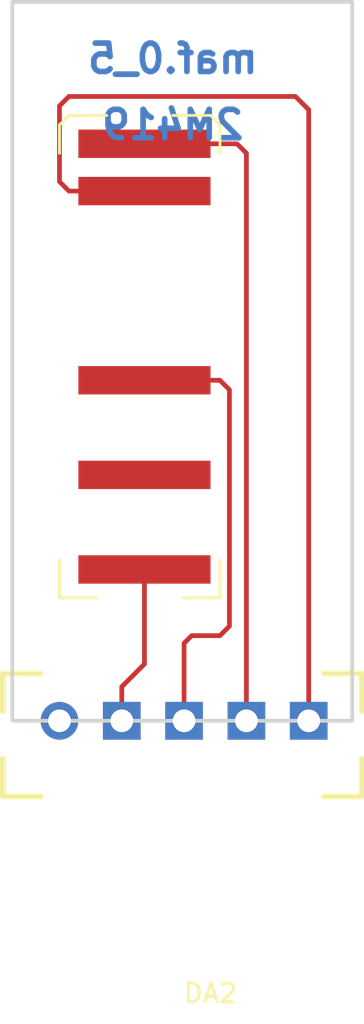
<source format=kicad_pcb>
(kicad_pcb (version 20171130) (host pcbnew "(5.0.0)")

  (general
    (thickness 1.6)
    (drawings 6)
    (tracks 20)
    (zones 0)
    (modules 2)
    (nets 5)
  )

  (page A4)
  (layers
    (0 F.Cu signal)
    (31 B.Cu signal)
    (32 B.Adhes user)
    (33 F.Adhes user)
    (34 B.Paste user)
    (35 F.Paste user)
    (36 B.SilkS user)
    (37 F.SilkS user)
    (38 B.Mask user)
    (39 F.Mask user)
    (40 Dwgs.User user)
    (41 Cmts.User user)
    (42 Eco1.User user)
    (43 Eco2.User user)
    (44 Edge.Cuts user)
    (45 Margin user)
    (46 B.CrtYd user)
    (47 F.CrtYd user)
    (48 B.Fab user)
    (49 F.Fab user)
  )

  (setup
    (last_trace_width 0.25)
    (trace_clearance 0.2)
    (zone_clearance 0.508)
    (zone_45_only no)
    (trace_min 0.2)
    (segment_width 0.2)
    (edge_width 0.15)
    (via_size 1.2)
    (via_drill 0.7)
    (via_min_size 0.4)
    (via_min_drill 0.3)
    (uvia_size 0.3)
    (uvia_drill 0.1)
    (uvias_allowed no)
    (uvia_min_size 0.2)
    (uvia_min_drill 0.1)
    (pcb_text_width 0.3)
    (pcb_text_size 1.5 1.5)
    (mod_edge_width 0.15)
    (mod_text_size 1 1)
    (mod_text_width 0.15)
    (pad_size 1.524 1.524)
    (pad_drill 0.762)
    (pad_to_mask_clearance 0.2)
    (aux_axis_origin 0 0)
    (visible_elements 7FFFFFFF)
    (pcbplotparams
      (layerselection 0x010c0_ffffffff)
      (usegerberextensions false)
      (usegerberattributes false)
      (usegerberadvancedattributes false)
      (creategerberjobfile false)
      (excludeedgelayer true)
      (linewidth 0.100000)
      (plotframeref false)
      (viasonmask false)
      (mode 1)
      (useauxorigin false)
      (hpglpennumber 1)
      (hpglpenspeed 20)
      (hpglpendiameter 15.000000)
      (psnegative false)
      (psa4output false)
      (plotreference true)
      (plotvalue true)
      (plotinvisibletext false)
      (padsonsilk false)
      (subtractmaskfromsilk false)
      (outputformat 1)
      (mirror false)
      (drillshape 0)
      (scaleselection 1)
      (outputdirectory "maf0_5/"))
  )

  (net 0 "")
  (net 1 Vcc)
  (net 2 GND)
  (net 3 GND2)
  (net 4 Vcc2)

  (net_class Default "Это класс цепей по умолчанию."
    (clearance 0.2)
    (trace_width 0.25)
    (via_dia 1.2)
    (via_drill 0.7)
    (uvia_dia 0.3)
    (uvia_drill 0.1)
    (add_net GND)
    (add_net GND2)
    (add_net Vcc)
    (add_net Vcc2)
  )

  (module MOTOR_DA:К293КП11АП_для_переходника (layer F.Cu) (tedit 5C90E700) (tstamp 5C911335)
    (at 163.5 86.5)
    (path /5C911962)
    (fp_text reference DA2 (at 3.5 5.9) (layer F.SilkS)
      (effects (font (size 1 1) (thickness 0.15)))
    )
    (fp_text value К293КП11АП (at 0.1 6.7) (layer F.Fab)
      (effects (font (size 1 1) (thickness 0.15)))
    )
    (fp_line (start -4.5 -38.5) (end -4.5 -40) (layer F.SilkS) (width 0.15))
    (fp_line (start -4.5 -40) (end -4 -40.5) (layer F.SilkS) (width 0.15))
    (fp_line (start -4 -40.5) (end -2.5 -40.5) (layer F.SilkS) (width 0.15))
    (fp_line (start -2.5 -40.5) (end -2 -40.5) (layer F.SilkS) (width 0.15))
    (fp_line (start 3.5 -40.5) (end 1.5 -40.5) (layer F.SilkS) (width 0.15))
    (fp_line (start 3.5 -40.5) (end 4 -40) (layer F.SilkS) (width 0.15))
    (fp_line (start 4 -40) (end 4 -38.5) (layer F.SilkS) (width 0.15))
    (fp_line (start 4 -17) (end 4 -15) (layer F.SilkS) (width 0.15))
    (fp_line (start 4 -15) (end 2 -15) (layer F.SilkS) (width 0.15))
    (fp_line (start -2.5 -15) (end -4.5 -15) (layer F.SilkS) (width 0.15))
    (fp_line (start -4.5 -15) (end -4.5 -17) (layer F.SilkS) (width 0.15))
    (pad 11 smd rect (at 0 -39) (size 7 1.5) (layers F.Cu F.Paste F.Mask)
      (net 1 Vcc))
    (pad 6 smd rect (at 0 -26.5) (size 7 1.5) (layers F.Cu F.Paste F.Mask)
      (net 3 GND2))
    (pad 4 smd rect (at 0 -21.5) (size 7 1.5) (layers F.Cu F.Paste F.Mask))
    (pad 2 smd rect (at 0 -16.5) (size 7 1.5) (layers F.Cu F.Paste F.Mask)
      (net 4 Vcc2))
    (pad 10 smd rect (at 0 -36.5) (size 7 1.5) (layers F.Cu F.Paste F.Mask)
      (net 2 GND))
  )

  (module MOTOR_DA:МОП-реле_2M419А2 (layer F.Cu) (tedit 5C3817F2) (tstamp 5C9113F0)
    (at 159 78)
    (path /5C90D2F3)
    (fp_text reference DA1 (at 14.3 -3.2) (layer F.SilkS) hide
      (effects (font (size 1 1) (thickness 0.15)))
    )
    (fp_text value 2М419А2 (at 6.6 5.2) (layer F.Fab)
      (effects (font (size 1 1) (thickness 0.15)))
    )
    (fp_line (start -3 -0.5) (end -3 -2.5) (layer F.SilkS) (width 0.3))
    (fp_line (start -3 -2.5) (end -1 -2.5) (layer F.SilkS) (width 0.3))
    (fp_line (start 14 -2.5) (end 16 -2.5) (layer F.SilkS) (width 0.3))
    (fp_line (start 16 -2.5) (end 16 -0.5) (layer F.SilkS) (width 0.3))
    (fp_line (start 16 2) (end 16 4) (layer F.SilkS) (width 0.3))
    (fp_line (start 16 4) (end 14 4) (layer F.SilkS) (width 0.3))
    (fp_line (start -1 4) (end -3 4) (layer F.SilkS) (width 0.3))
    (fp_line (start -3 4) (end -3 2) (layer F.SilkS) (width 0.3))
    (pad 5 thru_hole rect (at 13.2 0) (size 2 2) (drill 1.2) (layers *.Cu *.Paste *.Mask)
      (net 2 GND))
    (pad 4 thru_hole rect (at 9.9 0) (size 2 2) (drill 1.2) (layers *.Cu *.Paste *.Mask)
      (net 1 Vcc))
    (pad 3 thru_hole rect (at 6.6 0) (size 2 2) (drill 1.2) (layers *.Cu *.Paste *.Mask)
      (net 3 GND2))
    (pad 2 thru_hole rect (at 3.3 0) (size 2 2) (drill 1.2) (layers *.Cu *.Paste *.Mask)
      (net 4 Vcc2))
    (pad 1 thru_hole circle (at 0 0) (size 2 2) (drill 1.2) (layers *.Cu *.Paste *.Mask))
    (model //kb.ru/DFS/share/060/kicad/3D/МОПреле2М419А2.wrl
      (offset (xyz 6.603999900817871 -0.3047999954223633 8.889999866485596))
      (scale (xyz 0.3937 0.3937 0.3937))
      (rotate (xyz 270 0 0))
    )
  )

  (gr_text 2М419 (at 165 46.5) (layer B.Cu)
    (effects (font (size 1.5 1.5) (thickness 0.3)) (justify mirror))
  )
  (gr_line (start 156.5 78) (end 174.5 78) (layer Edge.Cuts) (width 0.2))
  (gr_text maf.0_5 (at 165 43) (layer B.Cu)
    (effects (font (size 1.5 1.5) (thickness 0.3)) (justify mirror))
  )
  (gr_line (start 156.5 40) (end 156.5 78) (layer Edge.Cuts) (width 0.2))
  (gr_line (start 174.5 40) (end 156.5 40) (layer Edge.Cuts) (width 0.2))
  (gr_line (start 174.5 78) (end 174.5 40) (layer Edge.Cuts) (width 0.2))

  (segment (start 168.4 47.5) (end 168.9 48) (width 0.25) (layer F.Cu) (net 1))
  (segment (start 163.5 47.5) (end 168.4 47.5) (width 0.25) (layer F.Cu) (net 1))
  (segment (start 168.9 48) (end 168.9 78) (width 0.25) (layer F.Cu) (net 1))
  (segment (start 172.2 78) (end 172.2 45.7) (width 0.25) (layer F.Cu) (net 2))
  (segment (start 172.2 45.7) (end 171.5 45) (width 0.25) (layer F.Cu) (net 2))
  (segment (start 171.5 45) (end 159.5 45) (width 0.25) (layer F.Cu) (net 2))
  (segment (start 159.5 45) (end 159 45.5) (width 0.25) (layer F.Cu) (net 2))
  (segment (start 159 45.5) (end 159 49.5) (width 0.25) (layer F.Cu) (net 2))
  (segment (start 159 49.5) (end 159.5 50) (width 0.25) (layer F.Cu) (net 2))
  (segment (start 159.5 50) (end 163.5 50) (width 0.25) (layer F.Cu) (net 2))
  (segment (start 167.5 60) (end 163.5 60) (width 0.25) (layer F.Cu) (net 3))
  (segment (start 165.6 78) (end 165.6 73.9) (width 0.25) (layer F.Cu) (net 3))
  (segment (start 165.6 73.9) (end 166 73.5) (width 0.25) (layer F.Cu) (net 3))
  (segment (start 166 73.5) (end 167.5 73.5) (width 0.25) (layer F.Cu) (net 3))
  (segment (start 167.5 73.5) (end 168 73) (width 0.25) (layer F.Cu) (net 3))
  (segment (start 168 73) (end 168 60.5) (width 0.25) (layer F.Cu) (net 3))
  (segment (start 168 60.5) (end 167.5 60) (width 0.25) (layer F.Cu) (net 3))
  (segment (start 162.3 78) (end 162.3 76.2) (width 0.25) (layer F.Cu) (net 4))
  (segment (start 163.5 75) (end 163.5 70) (width 0.25) (layer F.Cu) (net 4))
  (segment (start 162.3 76.2) (end 163.5 75) (width 0.25) (layer F.Cu) (net 4))

)

</source>
